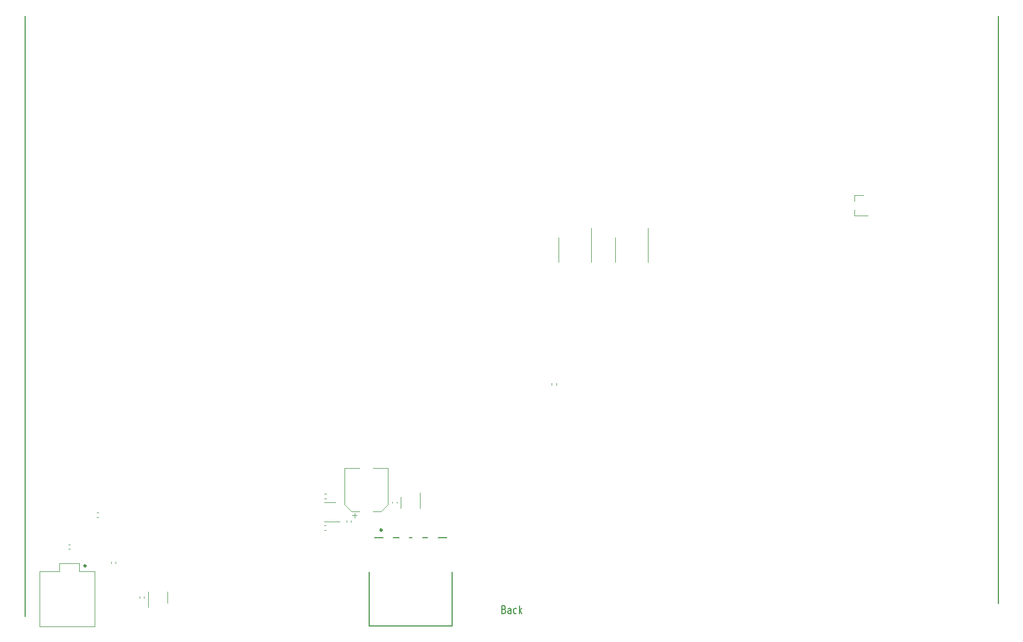
<source format=gbr>
%TF.GenerationSoftware,KiCad,Pcbnew,6.0.1-79c1e3a40b~116~ubuntu18.04.1*%
%TF.CreationDate,2022-01-20T05:24:45+01:00*%
%TF.ProjectId,ss_mb_mockup,73735f6d-625f-46d6-9f63-6b75702e6b69,Rev0.1*%
%TF.SameCoordinates,PX42c1d80PY93d1cc0*%
%TF.FileFunction,Legend,Top*%
%TF.FilePolarity,Positive*%
%FSLAX46Y46*%
G04 Gerber Fmt 4.6, Leading zero omitted, Abs format (unit mm)*
G04 Created by KiCad (PCBNEW 6.0.1-79c1e3a40b~116~ubuntu18.04.1) date 2022-01-20 05:24:45*
%MOMM*%
%LPD*%
G01*
G04 APERTURE LIST*
%ADD10C,0.200000*%
%ADD11C,0.120000*%
%ADD12C,0.127000*%
%ADD13C,0.300000*%
G04 APERTURE END LIST*
D10*
X157000000Y0D02*
X157000000Y-93000000D01*
X3000000Y0D02*
X3000000Y-95000000D01*
X78785714Y-93910714D02*
X78928571Y-93970238D01*
X78976190Y-94029761D01*
X79023809Y-94148809D01*
X79023809Y-94327380D01*
X78976190Y-94446428D01*
X78928571Y-94505952D01*
X78833333Y-94565476D01*
X78452380Y-94565476D01*
X78452380Y-93315476D01*
X78785714Y-93315476D01*
X78880952Y-93375000D01*
X78928571Y-93434523D01*
X78976190Y-93553571D01*
X78976190Y-93672619D01*
X78928571Y-93791666D01*
X78880952Y-93851190D01*
X78785714Y-93910714D01*
X78452380Y-93910714D01*
X79880952Y-94565476D02*
X79880952Y-93910714D01*
X79833333Y-93791666D01*
X79738095Y-93732142D01*
X79547619Y-93732142D01*
X79452380Y-93791666D01*
X79880952Y-94505952D02*
X79785714Y-94565476D01*
X79547619Y-94565476D01*
X79452380Y-94505952D01*
X79404761Y-94386904D01*
X79404761Y-94267857D01*
X79452380Y-94148809D01*
X79547619Y-94089285D01*
X79785714Y-94089285D01*
X79880952Y-94029761D01*
X80785714Y-94505952D02*
X80690476Y-94565476D01*
X80500000Y-94565476D01*
X80404761Y-94505952D01*
X80357142Y-94446428D01*
X80309523Y-94327380D01*
X80309523Y-93970238D01*
X80357142Y-93851190D01*
X80404761Y-93791666D01*
X80500000Y-93732142D01*
X80690476Y-93732142D01*
X80785714Y-93791666D01*
X81214285Y-94565476D02*
X81214285Y-93315476D01*
X81309523Y-94089285D02*
X81595238Y-94565476D01*
X81595238Y-93732142D02*
X81214285Y-94208333D01*
D11*
%TO.C,C322*%
X53890000Y-79892164D02*
X53890000Y-80107836D01*
X54610000Y-79892164D02*
X54610000Y-80107836D01*
%TO.C,C323*%
X53590000Y-71590000D02*
X55940000Y-71590000D01*
X54654437Y-78410000D02*
X53590000Y-77345563D01*
X59345563Y-78410000D02*
X58060000Y-78410000D01*
X55152500Y-79437500D02*
X55152500Y-78650000D01*
X60410000Y-77345563D02*
X60410000Y-71590000D01*
X54758750Y-79043750D02*
X55546250Y-79043750D01*
X60410000Y-71590000D02*
X58060000Y-71590000D01*
X53590000Y-77345563D02*
X53590000Y-71590000D01*
X54654437Y-78410000D02*
X55940000Y-78410000D01*
X59345563Y-78410000D02*
X60410000Y-77345563D01*
%TO.C,D1005*%
X22490000Y-91120000D02*
X22490000Y-93550000D01*
X25560000Y-92880000D02*
X25560000Y-91120000D01*
%TO.C,U1003*%
X65510000Y-77880000D02*
X65510000Y-75450000D01*
X62440000Y-76120000D02*
X62440000Y-77880000D01*
%TO.C,U1801*%
X92560000Y-37000000D02*
X92560000Y-38950000D01*
X92560000Y-37000000D02*
X92560000Y-33550000D01*
X87440000Y-37000000D02*
X87440000Y-38950000D01*
X87440000Y-37000000D02*
X87440000Y-35050000D01*
%TO.C,U1802*%
X96440000Y-37000000D02*
X96440000Y-38950000D01*
X101560000Y-37000000D02*
X101560000Y-33550000D01*
X96440000Y-37000000D02*
X96440000Y-35050000D01*
X101560000Y-37000000D02*
X101560000Y-38950000D01*
D12*
%TO.C,J1008*%
X57450000Y-96550000D02*
X70550000Y-96550000D01*
X59700000Y-82550000D02*
X58300000Y-82550000D01*
X61300000Y-82550000D02*
X62200000Y-82550000D01*
X70550000Y-96550000D02*
X70550000Y-87950000D01*
X68400000Y-82550000D02*
X69700000Y-82550000D01*
X57450000Y-87950000D02*
X57450000Y-96550000D01*
X65900000Y-82550000D02*
X66700000Y-82550000D01*
X63800000Y-82550000D02*
X64200000Y-82550000D01*
D13*
X59500000Y-81350000D02*
G75*
G03*
X59500000Y-81350000I-150000J0D01*
G01*
D11*
%TO.C,C1012*%
X9892164Y-83640000D02*
X10107836Y-83640000D01*
X9892164Y-84360000D02*
X10107836Y-84360000D01*
%TO.C,J1009*%
X5330000Y-96600000D02*
X5330000Y-87910000D01*
X14070000Y-96600000D02*
X5330000Y-96600000D01*
X5330000Y-87910000D02*
X8430000Y-87910000D01*
X8430000Y-86620000D02*
X11570000Y-86620000D01*
X11570000Y-87910000D02*
X14070000Y-87910000D01*
X11570000Y-86620000D02*
X11570000Y-87910000D01*
X14070000Y-87910000D02*
X14070000Y-96600000D01*
X8430000Y-87910000D02*
X8430000Y-86620000D01*
D13*
X12641421Y-87000000D02*
G75*
G03*
X12641421Y-87000000I-141421J0D01*
G01*
D11*
%TO.C,D2202*%
X134240000Y-31580000D02*
X134240000Y-30650000D01*
X134240000Y-28420000D02*
X134240000Y-29350000D01*
X134240000Y-31580000D02*
X136400000Y-31580000D01*
X134240000Y-28420000D02*
X135700000Y-28420000D01*
%TO.C,C1007*%
X17360000Y-86607836D02*
X17360000Y-86392164D01*
X16640000Y-86607836D02*
X16640000Y-86392164D01*
%TO.C,C1011*%
X21140000Y-92107836D02*
X21140000Y-91892164D01*
X21860000Y-92107836D02*
X21860000Y-91892164D01*
%TO.C,C1009*%
X61140000Y-76892164D02*
X61140000Y-77107836D01*
X61860000Y-76892164D02*
X61860000Y-77107836D01*
%TO.C,R309*%
X50346359Y-75620000D02*
X50653641Y-75620000D01*
X50346359Y-76380000D02*
X50653641Y-76380000D01*
%TO.C,C321*%
X50372164Y-80640000D02*
X50587836Y-80640000D01*
X50372164Y-81360000D02*
X50587836Y-81360000D01*
%TO.C,U305*%
X50370000Y-80010000D02*
X52800000Y-80010000D01*
X52130000Y-76940000D02*
X50370000Y-76940000D01*
%TO.C,R2102*%
X87130000Y-58403641D02*
X87130000Y-58096359D01*
X86370000Y-58403641D02*
X86370000Y-58096359D01*
%TO.C,R1010*%
X14653641Y-78620000D02*
X14346359Y-78620000D01*
X14653641Y-79380000D02*
X14346359Y-79380000D01*
%TD*%
M02*

</source>
